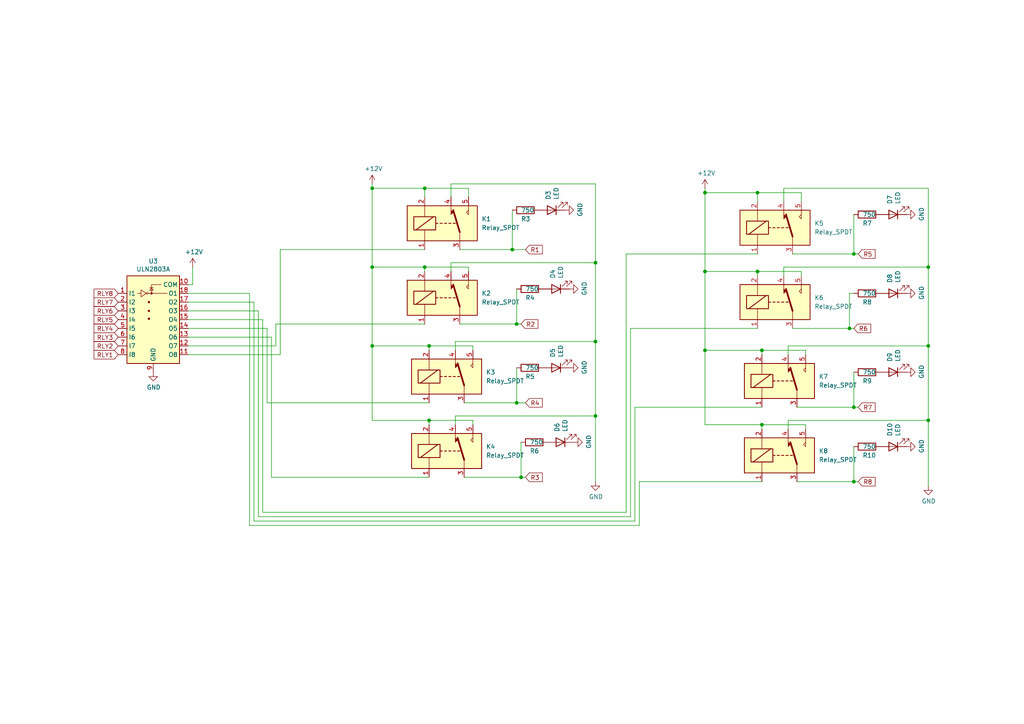
<source format=kicad_sch>
(kicad_sch (version 20250114) (generator "eeschema") (generator_version "9.0")
  (paper "A4")
  (title_block (title "Relays") (date "2025-03-16"))
  (lib_symbols
    (symbol "RC11-2_Symbols:LED" (pin_numbers (hide yes)) (pin_names (offset 1.016) (hide yes))
      (property "Reference" "D" (at 0 2.54 0))
      (property "Value" "LED" (at 0 -2.54 0))
      (symbol "LED_0_1"
        (polyline (pts (xy -3.048 -0.762) (xy -4.572 -2.286) (xy -3.81 -2.286) (xy -4.572 -2.286) (xy -4.572 -1.524)))
        (polyline (pts (xy -1.778 -0.762) (xy -3.302 -2.286) (xy -2.54 -2.286) (xy -3.302 -2.286) (xy -3.302 -1.524)))
        (polyline (pts (xy -1.27 0) (xy 1.27 0)))
        (polyline (pts (xy -1.27 -1.27) (xy -1.27 1.27)) (stroke (width 0.254)))
        (polyline (pts (xy 1.27 -1.27) (xy 1.27 1.27) (xy -1.27 0) (xy 1.27 -1.27)) (stroke (width 0.254)))
      )
      (symbol "LED_1_1"
        (pin passive line (at -3.81 0 0) (length 2.54) (name "K") (number "1"))
        (pin passive line (at 3.81 0 180) (length 2.54) (name "A") (number "2"))
      )
    )
    (symbol "RC11-2_Symbols:R" (pin_numbers (hide yes)) (pin_names (offset 0))
      (property "Reference" "R" (at 2.032 0 90))
      (property "Value" "R" (at 0 0 90))
      (symbol "R_0_1"
        (rectangle (start -1.016 -2.54) (end 1.016 2.54) (stroke (width 0.254)))
      )
      (symbol "R_1_1"
        (pin passive line (at 0 3.81 270) (length 1.27) (name "~") (number "1"))
        (pin passive line (at 0 -3.81 90) (length 1.27) (name "~") (number "2"))
      )
    )
    (symbol "RC11-2_Symbols:SRD-05VDC-SL-C"
      (property "Reference" "K" (at 11.43 3.81 0))
      (property "Value" "SRD-05VDC-SL-C" (at 11.43 1.27 0))
      (symbol "SRD-05VDC-SL-C_0_0"
        (polyline (pts (xy 7.62 5.08) (xy 7.62 2.54) (xy 6.985 3.175) (xy 7.62 3.81)))
      )
      (symbol "SRD-05VDC-SL-C_0_1"
        (rectangle (start -10.16 5.08) (end 10.16 -5.08) (stroke (width 0.254)) (fill (type background)))
        (rectangle (start -8.255 1.905) (end -1.905 -1.905) (stroke (width 0.254)))
        (polyline (pts (xy -7.62 -1.905) (xy -2.54 1.905)) (stroke (width 0.254)))
        (polyline (pts (xy -5.08 5.08) (xy -5.08 1.905)))
        (polyline (pts (xy -5.08 -5.08) (xy -5.08 -1.905)))
        (polyline (pts (xy -1.905 0) (xy -1.27 0)) (stroke (width 0.254)))
        (polyline (pts (xy -0.635 0) (xy 0 0)) (stroke (width 0.254)))
        (polyline (pts (xy 0.635 0) (xy 1.27 0)) (stroke (width 0.254)))
        (polyline (pts (xy 1.905 0) (xy 2.54 0)) (stroke (width 0.254)))
        (polyline (pts (xy 2.54 5.08) (xy 2.54 2.54) (xy 3.175 3.175) (xy 2.54 3.81)) (fill (type outline)))
        (polyline (pts (xy 3.175 0) (xy 3.81 0)) (stroke (width 0.254)))
        (polyline (pts (xy 5.08 -2.54) (xy 3.175 3.81)) (stroke (width 0.508)))
        (polyline (pts (xy 5.08 -2.54) (xy 5.08 -5.08)))
      )
      (symbol "SRD-05VDC-SL-C_1_1"
        (pin passive line (at -5.08 7.62 270) (length 2.54) (name "~") (number "2"))
        (pin passive line (at -5.08 -7.62 90) (length 2.54) (name "~") (number "1"))
        (pin passive line (at 2.54 7.62 270) (length 2.54) (name "~") (number "4"))
        (pin passive line (at 5.08 -7.62 90) (length 2.54) (name "~") (number "3"))
        (pin passive line (at 7.62 7.62 270) (length 2.54) (name "~") (number "5"))
      )
    )
    (symbol "RC11-2_Symbols:ULN2803A"
      (property "Reference" "U" (at 0 13.335 0))
      (property "Value" "ULN2803A" (at 0 11.43 0))
      (symbol "ULN2803A_0_1"
        (rectangle (start -7.62 -15.24) (end 7.62 10.16) (stroke (width 0.254)) (fill (type background)))
        (polyline (pts (xy -4.572 5.08) (xy -3.556 5.08)))
        (polyline (pts (xy -3.556 6.096) (xy -3.556 4.064) (xy -2.032 5.08) (xy -3.556 6.096)))
        (circle (center -1.778 5.08) (radius 0.254))
        (polyline (pts (xy -1.524 5.08) (xy 4.064 5.08)))
        (circle (center -1.27 2.54) (radius 0.254) (fill (type outline)))
        (circle (center -1.27 0) (radius 0.254) (fill (type outline)))
        (circle (center -1.27 -2.286) (radius 0.254) (fill (type outline)))
        (circle (center -0.508 5.08) (radius 0.254) (fill (type outline)))
        (polyline (pts (xy -0.508 5.08) (xy -0.508 7.62) (xy 2.286 7.62)))
        (polyline (pts (xy 0 6.731) (xy -1.016 6.731)))
        (polyline (pts (xy 0 5.969) (xy -1.016 5.969) (xy -0.508 6.731) (xy 0 5.969)))
      )
      (symbol "ULN2803A_1_1"
        (pin input line (at -10.16 5.08 0) (length 2.54) (name "I1") (number "1"))
        (pin input line (at -10.16 2.54 0) (length 2.54) (name "I2") (number "2"))
        (pin input line (at -10.16 0 0) (length 2.54) (name "I3") (number "3"))
        (pin input line (at -10.16 -2.54 0) (length 2.54) (name "I4") (number "4"))
        (pin input line (at -10.16 -5.08 0) (length 2.54) (name "I5") (number "5"))
        (pin input line (at -10.16 -7.62 0) (length 2.54) (name "I6") (number "6"))
        (pin input line (at -10.16 -10.16 0) (length 2.54) (name "I7") (number "7"))
        (pin input line (at -10.16 -12.7 0) (length 2.54) (name "I8") (number "8"))
        (pin power_in line (at 0 -17.78 90) (length 2.54) (name "GND") (number "9"))
        (pin passive line (at 10.16 7.62 180) (length 2.54) (name "COM") (number "10"))
        (pin open_collector line (at 10.16 5.08 180) (length 2.54) (name "O1") (number "18"))
        (pin open_collector line (at 10.16 2.54 180) (length 2.54) (name "O2") (number "17"))
        (pin open_collector line (at 10.16 0 180) (length 2.54) (name "O3") (number "16"))
        (pin open_collector line (at 10.16 -2.54 180) (length 2.54) (name "O4") (number "15"))
        (pin open_collector line (at 10.16 -5.08 180) (length 2.54) (name "O5") (number "14"))
        (pin open_collector line (at 10.16 -7.62 180) (length 2.54) (name "O6") (number "13"))
        (pin open_collector line (at 10.16 -10.16 180) (length 2.54) (name "O7") (number "12"))
        (pin open_collector line (at 10.16 -12.7 180) (length 2.54) (name "O8") (number "11"))
      )
    )
    (symbol "power:+12V" (power) (pin_numbers (hide yes)) (pin_names (offset 0) (hide yes))
      (property "Value" "+12V" (at 0 3.556 0))
      (symbol "+12V_0_1"
        (polyline (pts (xy -0.762 1.27) (xy 0 2.54)))
        (polyline (pts (xy 0 2.54) (xy 0.762 1.27)))
        (polyline (pts (xy 0 0) (xy 0 2.54)))
      )
      (symbol "+12V_1_1"
        (pin power_in line (at 0 0 90) (length 0) (name "~") (number "1"))
      )
    )
    (symbol "power:GND" (power) (pin_numbers (hide yes)) (pin_names (offset 0) (hide yes))
      (property "Value" "GND" (at 0 -3.81 0))
      (symbol "GND_0_1"
        (polyline (pts (xy 0 0) (xy 0 -1.27) (xy 1.27 -1.27) (xy 0 -2.54) (xy -1.27 -1.27) (xy 0 -1.27)))
      )
      (symbol "GND_1_1"
        (pin power_in line (at 0 0 270) (length 0) (name "~") (number "1"))
      )
    )
  )
  (junction (at 220.98 101.6))
  (junction (at 151.13 138.43))
  (junction (at 204.47 101.6))
  (junction (at 247.65 118.11))
  (junction (at 124.46 121.92))
  (junction (at 269.24 121.92))
  (junction (at 204.47 55.88))
  (junction (at 172.72 120.65))
  (junction (at 107.95 54.61))
  (junction (at 172.72 99.06))
  (junction (at 219.71 55.88))
  (junction (at 123.19 54.61))
  (junction (at 148.59 72.39))
  (junction (at 247.65 73.66))
  (junction (at 246.38 95.25))
  (junction (at 219.71 78.74))
  (junction (at 247.65 139.7))
  (junction (at 269.24 77.47))
  (junction (at 107.95 77.47))
  (junction (at 149.86 93.98))
  (junction (at 204.47 78.74))
  (junction (at 107.95 100.33))
  (junction (at 149.86 116.84))
  (junction (at 123.19 77.47))
  (junction (at 124.46 100.33))
  (junction (at 220.98 123.19))
  (junction (at 269.24 100.33))
  (junction (at 172.72 76.2))
  (wire (pts (xy 72.39 85.09) (xy 54.61 85.09)))
  (wire (pts (xy 54.61 90.17) (xy 74.93 90.17)))
  (wire (pts (xy 247.65 129.54) (xy 247.65 139.7)))
  (wire (pts (xy 247.65 85.09) (xy 246.38 85.09)))
  (wire (pts (xy 181.61 148.59) (xy 181.61 73.66)))
  (wire (pts (xy 78.74 138.43) (xy 124.46 138.43)))
  (wire (pts (xy 182.88 149.86) (xy 182.88 95.25)))
  (wire (pts (xy 269.24 54.61) (xy 227.33 54.61)))
  (wire (pts (xy 107.95 121.92) (xy 124.46 121.92)))
  (wire (pts (xy 229.87 73.66) (xy 247.65 73.66)))
  (wire (pts (xy 148.59 72.39) (xy 152.4 72.39)))
  (wire (pts (xy 132.08 120.65) (xy 172.72 120.65)))
  (wire (pts (xy 76.2 148.59) (xy 76.2 92.71)))
  (wire (pts (xy 172.72 120.65) (xy 172.72 139.7)))
  (wire (pts (xy 74.93 149.86) (xy 74.93 90.17)))
  (wire (pts (xy 107.95 54.61) (xy 123.19 54.61)))
  (wire (pts (xy 231.14 118.11) (xy 247.65 118.11)))
  (wire (pts (xy 247.65 73.66) (xy 248.92 73.66)))
  (wire (pts (xy 73.66 87.63) (xy 54.61 87.63)))
  (wire (pts (xy 124.46 121.92) (xy 124.46 123.19)))
  (wire (pts (xy 185.42 152.4) (xy 185.42 139.7)))
  (wire (pts (xy 107.95 100.33) (xy 107.95 121.92)))
  (wire (pts (xy 219.71 78.74) (xy 232.41 78.74)))
  (wire (pts (xy 204.47 55.88) (xy 204.47 54.61)))
  (wire (pts (xy 269.24 54.61) (xy 269.24 77.47)))
  (wire (pts (xy 81.28 72.39) (xy 123.19 72.39)))
  (wire (pts (xy 149.86 106.68) (xy 149.86 116.84)))
  (wire (pts (xy 78.74 97.79) (xy 54.61 97.79)))
  (wire (pts (xy 151.13 128.27) (xy 151.13 138.43)))
  (wire (pts (xy 149.86 116.84) (xy 152.4 116.84)))
  (wire (pts (xy 231.14 139.7) (xy 247.65 139.7)))
  (wire (pts (xy 204.47 123.19) (xy 220.98 123.19)))
  (wire (pts (xy 204.47 101.6) (xy 220.98 101.6)))
  (wire (pts (xy 134.62 138.43) (xy 151.13 138.43)))
  (wire (pts (xy 246.38 85.09) (xy 246.38 95.25)))
  (wire (pts (xy 72.39 152.4) (xy 72.39 85.09)))
  (wire (pts (xy 269.24 100.33) (xy 269.24 121.92)))
  (wire (pts (xy 172.72 99.06) (xy 172.72 120.65)))
  (wire (pts (xy 184.15 118.11) (xy 220.98 118.11)))
  (wire (pts (xy 227.33 54.61) (xy 227.33 58.42)))
  (wire (pts (xy 232.41 78.74) (xy 232.41 80.01)))
  (wire (pts (xy 172.72 76.2) (xy 172.72 99.06)))
  (wire (pts (xy 220.98 101.6) (xy 220.98 102.87)))
  (wire (pts (xy 220.98 123.19) (xy 233.68 123.19)))
  (wire (pts (xy 73.66 151.13) (xy 184.15 151.13)))
  (wire (pts (xy 227.33 80.01) (xy 227.33 77.47)))
  (wire (pts (xy 54.61 102.87) (xy 81.28 102.87)))
  (wire (pts (xy 73.66 151.13) (xy 73.66 87.63)))
  (wire (pts (xy 80.01 93.98) (xy 123.19 93.98)))
  (wire (pts (xy 133.35 93.98) (xy 149.86 93.98)))
  (wire (pts (xy 77.47 116.84) (xy 77.47 95.25)))
  (wire (pts (xy 132.08 99.06) (xy 172.72 99.06)))
  (wire (pts (xy 130.81 78.74) (xy 130.81 76.2)))
  (wire (pts (xy 149.86 83.82) (xy 149.86 93.98)))
  (wire (pts (xy 124.46 100.33) (xy 137.16 100.33)))
  (wire (pts (xy 107.95 54.61) (xy 107.95 77.47)))
  (wire (pts (xy 132.08 123.19) (xy 132.08 120.65)))
  (wire (pts (xy 233.68 102.87) (xy 233.68 101.6)))
  (wire (pts (xy 247.65 62.23) (xy 247.65 73.66)))
  (wire (pts (xy 232.41 55.88) (xy 232.41 58.42)))
  (wire (pts (xy 107.95 77.47) (xy 107.95 100.33)))
  (wire (pts (xy 77.47 95.25) (xy 54.61 95.25)))
  (wire (pts (xy 76.2 92.71) (xy 54.61 92.71)))
  (wire (pts (xy 228.6 124.46) (xy 228.6 121.92)))
  (wire (pts (xy 54.61 82.55) (xy 55.88 82.55)))
  (wire (pts (xy 80.01 93.98) (xy 80.01 100.33)))
  (wire (pts (xy 130.81 53.34) (xy 130.81 57.15)))
  (wire (pts (xy 182.88 95.25) (xy 219.71 95.25)))
  (wire (pts (xy 74.93 149.86) (xy 182.88 149.86)))
  (wire (pts (xy 130.81 76.2) (xy 172.72 76.2)))
  (wire (pts (xy 181.61 73.66) (xy 219.71 73.66)))
  (wire (pts (xy 132.08 101.6) (xy 132.08 99.06)))
  (wire (pts (xy 124.46 100.33) (xy 124.46 101.6)))
  (wire (pts (xy 204.47 78.74) (xy 204.47 101.6)))
  (wire (pts (xy 77.47 116.84) (xy 124.46 116.84)))
  (wire (pts (xy 184.15 151.13) (xy 184.15 118.11)))
  (wire (pts (xy 151.13 138.43) (xy 152.4 138.43)))
  (wire (pts (xy 204.47 55.88) (xy 219.71 55.88)))
  (wire (pts (xy 219.71 78.74) (xy 219.71 80.01)))
  (wire (pts (xy 229.87 95.25) (xy 246.38 95.25)))
  (wire (pts (xy 227.33 77.47) (xy 269.24 77.47)))
  (wire (pts (xy 220.98 101.6) (xy 233.68 101.6)))
  (wire (pts (xy 247.65 139.7) (xy 248.92 139.7)))
  (wire (pts (xy 228.6 100.33) (xy 269.24 100.33)))
  (wire (pts (xy 80.01 100.33) (xy 54.61 100.33)))
  (wire (pts (xy 107.95 100.33) (xy 124.46 100.33)))
  (wire (pts (xy 228.6 102.87) (xy 228.6 100.33)))
  (wire (pts (xy 148.59 60.96) (xy 148.59 72.39)))
  (wire (pts (xy 247.65 118.11) (xy 248.92 118.11)))
  (wire (pts (xy 185.42 139.7) (xy 220.98 139.7)))
  (wire (pts (xy 233.68 124.46) (xy 233.68 123.19)))
  (wire (pts (xy 269.24 121.92) (xy 269.24 140.97)))
  (wire (pts (xy 72.39 152.4) (xy 185.42 152.4)))
  (wire (pts (xy 172.72 53.34) (xy 172.72 76.2)))
  (wire (pts (xy 78.74 97.79) (xy 78.74 138.43)))
  (wire (pts (xy 135.89 77.47) (xy 135.89 78.74)))
  (wire (pts (xy 134.62 116.84) (xy 149.86 116.84)))
  (wire (pts (xy 124.46 121.92) (xy 137.16 121.92)))
  (wire (pts (xy 107.95 77.47) (xy 123.19 77.47)))
  (wire (pts (xy 123.19 54.61) (xy 135.89 54.61)))
  (wire (pts (xy 220.98 123.19) (xy 220.98 124.46)))
  (wire (pts (xy 204.47 78.74) (xy 219.71 78.74)))
  (wire (pts (xy 107.95 54.61) (xy 107.95 53.34)))
  (wire (pts (xy 204.47 55.88) (xy 204.47 78.74)))
  (wire (pts (xy 247.65 107.95) (xy 247.65 118.11)))
  (wire (pts (xy 204.47 101.6) (xy 204.47 123.19)))
  (wire (pts (xy 133.35 72.39) (xy 148.59 72.39)))
  (wire (pts (xy 76.2 148.59) (xy 181.61 148.59)))
  (wire (pts (xy 123.19 54.61) (xy 123.19 57.15)))
  (wire (pts (xy 172.72 53.34) (xy 130.81 53.34)))
  (wire (pts (xy 219.71 55.88) (xy 232.41 55.88)))
  (wire (pts (xy 137.16 123.19) (xy 137.16 121.92)))
  (wire (pts (xy 269.24 77.47) (xy 269.24 100.33)))
  (wire (pts (xy 123.19 77.47) (xy 135.89 77.47)))
  (wire (pts (xy 149.86 93.98) (xy 151.13 93.98)))
  (wire (pts (xy 219.71 55.88) (xy 219.71 58.42)))
  (wire (pts (xy 123.19 77.47) (xy 123.19 78.74)))
  (wire (pts (xy 81.28 72.39) (xy 81.28 102.87)))
  (wire (pts (xy 55.88 82.55) (xy 55.88 77.47)))
  (wire (pts (xy 137.16 101.6) (xy 137.16 100.33)))
  (wire (pts (xy 246.38 95.25) (xy 247.65 95.25)))
  (wire (pts (xy 135.89 54.61) (xy 135.89 57.15)))
  (wire (pts (xy 228.6 121.92) (xy 269.24 121.92)))
  (global_label "RLY6" (shape input) (at 34.29 90.17 180) (property "Intersheetrefs" "${INTERSHEET_REFS}" (effects (hide yes))))
  (global_label "RLY2" (shape input) (at 34.29 100.33 180) (property "Intersheetrefs" "${INTERSHEET_REFS}" (effects (hide yes))))
  (global_label "R6" (shape input) (at 247.65 95.25 0) (property "Intersheetrefs" "${INTERSHEET_REFS}" (effects (hide yes))))
  (global_label "RLY4" (shape input) (at 34.29 95.25 180) (property "Intersheetrefs" "${INTERSHEET_REFS}" (effects (hide yes))))
  (global_label "RLY1" (shape input) (at 34.29 102.87 180) (property "Intersheetrefs" "${INTERSHEET_REFS}" (effects (hide yes))))
  (global_label "RLY3" (shape input) (at 34.29 97.79 180) (property "Intersheetrefs" "${INTERSHEET_REFS}" (effects (hide yes))))
  (global_label "R2" (shape input) (at 151.13 93.98 0) (property "Intersheetrefs" "${INTERSHEET_REFS}" (effects (hide yes))))
  (global_label "R3" (shape input) (at 152.4 138.43 0) (property "Intersheetrefs" "${INTERSHEET_REFS}" (effects (hide yes))))
  (global_label "R4" (shape input) (at 152.4 116.84 0) (property "Intersheetrefs" "${INTERSHEET_REFS}" (effects (hide yes))))
  (global_label "RLY8" (shape input) (at 34.29 85.09 180) (property "Intersheetrefs" "${INTERSHEET_REFS}" (effects (hide yes))))
  (global_label "RLY5" (shape input) (at 34.29 92.71 180) (property "Intersheetrefs" "${INTERSHEET_REFS}" (effects (hide yes))))
  (global_label "R1" (shape input) (at 152.4 72.39 0) (property "Intersheetrefs" "${INTERSHEET_REFS}" (effects (hide yes))))
  (global_label "RLY7" (shape input) (at 34.29 87.63 180) (property "Intersheetrefs" "${INTERSHEET_REFS}" (effects (hide yes))))
  (global_label "R5" (shape input) (at 248.92 73.66 0) (property "Intersheetrefs" "${INTERSHEET_REFS}" (effects (hide yes))))
  (global_label "R7" (shape input) (at 248.92 118.11 0) (property "Intersheetrefs" "${INTERSHEET_REFS}" (effects (hide yes))))
  (global_label "R8" (shape input) (at 248.92 139.7 0) (property "Intersheetrefs" "${INTERSHEET_REFS}" (effects (hide yes))))
  (symbol (lib_id "power:GND") (at 44.45 107.95 0) (unit 1)
    (property "Reference" "#PWR040" (effects (hide yes)))
    (property "Value" "GND" (at 44.577 112.3442 0))
    (property "Description" "Power symbol creates a global label with name \"GND\" , ground" (effects (hide yes)))
  )
  (symbol (lib_id "power:+12V") (at 55.88 77.47 0) (unit 1)
    (property "Reference" "#PWR0101" (effects (hide yes)))
    (property "Value" "+12V" (at 56.261 73.0758 0))
    (property "Description" "Power symbol creates a global label with name \"+12V\"" (effects (hide yes)))
  )
  (symbol (lib_id "RC11-2_Symbols:ULN2803A") (at 44.45 90.17 0) (unit 1)
    (property "Reference" "U3" (at 44.45 75.7682 0))
    (property "Value" "ULN2803A" (at 44.45 78.0796 0))
    (property "Footprint" "MyFootprints:ULN2803A" (effects (hide yes)))
    (property "Datasheet" "http://www.ti.com/lit/ds/symlink/uln2803a.pdf" (effects (hide yes)))
    (property "Description" "Darlington Transistor Arrays, SOIC18/DIP18" (effects (hide yes)))
  )
  (symbol (lib_id "RC11-2_Symbols:R") (at 153.67 83.82 270) (unit 1)
    (property "Reference" "R4" (at 152.4 86.36 90) (effects (justify left)))
    (property "Value" "750" (at 152.4 83.82 90) (effects (justify left)))
    (property "Footprint" "Resistor_SMD:R_0603_1608Metric" (effects (hide yes)))
    (property "Description" "Resistor" (effects (hide yes)))
  )
  (symbol (lib_id "power:GND") (at 262.89 129.54 90) (unit 1)
    (property "Reference" "#PWR058" (effects (hide yes)))
    (property "Value" "GND" (at 267.2842 129.413 0))
    (property "Description" "Power symbol creates a global label with name \"GND\" , ground" (effects (hide yes)))
  )
  (symbol (lib_id "RC11-2_Symbols:LED") (at 259.08 85.09 180) (unit 1)
    (property "Reference" "D8" (at 258.0894 82.0928 90) (effects (justify right)))
    (property "Value" "LED" (at 260.4008 82.0928 90) (effects (justify right)))
    (property "Footprint" "LED_SMD:LED_0603_1608Metric" (effects (hide yes)))
    (property "Description" "Light emitting diode" (effects (hide yes)))
  )
  (symbol (lib_id "RC11-2_Symbols:R") (at 251.46 129.54 270) (unit 1)
    (property "Reference" "R10" (at 250.19 132.08 90) (effects (justify left)))
    (property "Value" "750" (at 250.19 129.54 90) (effects (justify left)))
    (property "Footprint" "Resistor_SMD:R_0603_1608Metric" (effects (hide yes)))
    (property "Description" "Resistor" (effects (hide yes)))
  )
  (symbol (lib_id "power:GND") (at 262.89 62.23 90) (unit 1)
    (property "Reference" "#PWR055" (effects (hide yes)))
    (property "Value" "GND" (at 267.2842 62.103 0))
    (property "Description" "Power symbol creates a global label with name \"GND\" , ground" (effects (hide yes)))
  )
  (symbol (lib_id "RC11-2_Symbols:SRD-05VDC-SL-C") (at 226.06 110.49 0) (unit 1)
    (property "Reference" "K7" (at 237.49 109.2199 0) (effects (justify left)))
    (property "Value" "Relay_SPDT" (at 237.49 111.7599 0) (effects (justify left)))
    (property "Footprint" "MyFootprints:Songle_SRD-05VDC-SL-C" (effects (hide yes)))
    (property "Description" "Relay SPDT, monostable, EN50005" (effects (hide yes)))
  )
  (symbol (lib_id "power:+12V") (at 204.47 54.61 0) (unit 1)
    (property "Reference" "#PWR048" (effects (hide yes)))
    (property "Value" "+12V" (at 204.851 50.2158 0))
    (property "Description" "Power symbol creates a global label with name \"+12V\"" (effects (hide yes)))
  )
  (symbol (lib_id "RC11-2_Symbols:SRD-05VDC-SL-C") (at 129.54 109.22 0) (unit 1)
    (property "Reference" "K3" (at 140.97 107.9499 0) (effects (justify left)))
    (property "Value" "Relay_SPDT" (at 140.97 110.4899 0) (effects (justify left)))
    (property "Footprint" "MyFootprints:Songle_SRD-05VDC-SL-C" (effects (hide yes)))
    (property "Description" "Relay SPDT, monostable, EN50005" (effects (hide yes)))
  )
  (symbol (lib_id "RC11-2_Symbols:LED") (at 259.08 62.23 180) (unit 1)
    (property "Reference" "D7" (at 258.0894 59.2328 90) (effects (justify right)))
    (property "Value" "LED" (at 260.4008 59.2328 90) (effects (justify right)))
    (property "Footprint" "LED_SMD:LED_0603_1608Metric" (effects (hide yes)))
    (property "Description" "Light emitting diode" (effects (hide yes)))
  )
  (symbol (lib_id "RC11-2_Symbols:SRD-05VDC-SL-C") (at 129.54 130.81 0) (unit 1)
    (property "Reference" "K4" (at 140.97 129.5399 0) (effects (justify left)))
    (property "Value" "Relay_SPDT" (at 140.97 132.0799 0) (effects (justify left)))
    (property "Footprint" "MyFootprints:Songle_SRD-05VDC-SL-C" (effects (hide yes)))
    (property "Description" "Relay SPDT, monostable, EN50005" (effects (hide yes)))
  )
  (symbol (lib_id "RC11-2_Symbols:LED") (at 160.02 60.96 180) (unit 1)
    (property "Reference" "D3" (at 159.0294 57.9628 90) (effects (justify right)))
    (property "Value" "LED" (at 161.3408 57.9628 90) (effects (justify right)))
    (property "Footprint" "LED_SMD:LED_0603_1608Metric" (effects (hide yes)))
    (property "Description" "Light emitting diode" (effects (hide yes)))
  )
  (symbol (lib_id "RC11-2_Symbols:LED") (at 259.08 107.95 180) (unit 1)
    (property "Reference" "D9" (at 258.0894 104.9528 90) (effects (justify right)))
    (property "Value" "LED" (at 260.4008 104.9528 90) (effects (justify right)))
    (property "Footprint" "LED_SMD:LED_0603_1608Metric" (effects (hide yes)))
    (property "Description" "Light emitting diode" (effects (hide yes)))
  )
  (symbol (lib_id "RC11-2_Symbols:R") (at 251.46 85.09 270) (unit 1)
    (property "Reference" "R8" (at 250.19 87.63 90) (effects (justify left)))
    (property "Value" "750" (at 250.19 85.09 90) (effects (justify left)))
    (property "Footprint" "Resistor_SMD:R_0603_1608Metric" (effects (hide yes)))
    (property "Description" "Resistor" (effects (hide yes)))
  )
  (symbol (lib_id "RC11-2_Symbols:LED") (at 259.08 129.54 180) (unit 1)
    (property "Reference" "D10" (at 258.0894 126.5428 90) (effects (justify right)))
    (property "Value" "LED" (at 260.4008 126.5428 90) (effects (justify right)))
    (property "Footprint" "LED_SMD:LED_0603_1608Metric" (effects (hide yes)))
    (property "Description" "Light emitting diode" (effects (hide yes)))
  )
  (symbol (lib_id "power:GND") (at 165.1 83.82 90) (unit 1)
    (property "Reference" "#PWR051" (effects (hide yes)))
    (property "Value" "GND" (at 169.4942 83.693 0))
    (property "Description" "Power symbol creates a global label with name \"GND\" , ground" (effects (hide yes)))
  )
  (symbol (lib_id "power:GND") (at 269.24 140.97 0) (unit 1)
    (property "Reference" "#PWR050" (effects (hide yes)))
    (property "Value" "GND" (at 269.367 145.3642 0))
    (property "Description" "Power symbol creates a global label with name \"GND\" , ground" (effects (hide yes)))
  )
  (symbol (lib_id "power:GND") (at 172.72 139.7 0) (unit 1)
    (property "Reference" "#PWR047" (effects (hide yes)))
    (property "Value" "GND" (at 172.847 144.0942 0))
    (property "Description" "Power symbol creates a global label with name \"GND\" , ground" (effects (hide yes)))
  )
  (symbol (lib_id "power:GND") (at 165.1 106.68 90) (unit 1)
    (property "Reference" "#PWR053" (effects (hide yes)))
    (property "Value" "GND" (at 169.4942 106.553 0))
    (property "Description" "Power symbol creates a global label with name \"GND\" , ground" (effects (hide yes)))
  )
  (symbol (lib_id "RC11-2_Symbols:LED") (at 161.29 106.68 180) (unit 1)
    (property "Reference" "D5" (at 160.2994 103.6828 90) (effects (justify right)))
    (property "Value" "LED" (at 162.6108 103.6828 90) (effects (justify right)))
    (property "Footprint" "LED_SMD:LED_0603_1608Metric" (effects (hide yes)))
    (property "Description" "Light emitting diode" (effects (hide yes)))
  )
  (symbol (lib_id "RC11-2_Symbols:SRD-05VDC-SL-C") (at 226.06 132.08 0) (unit 1)
    (property "Reference" "K8" (at 237.49 130.8099 0) (effects (justify left)))
    (property "Value" "Relay_SPDT" (at 237.49 133.3499 0) (effects (justify left)))
    (property "Footprint" "MyFootprints:Songle_SRD-05VDC-SL-C" (effects (hide yes)))
    (property "Description" "Relay SPDT, monostable, EN50005" (effects (hide yes)))
  )
  (symbol (lib_id "RC11-2_Symbols:SRD-05VDC-SL-C") (at 128.27 64.77 0) (unit 1)
    (property "Reference" "K1" (at 139.7 63.4999 0) (effects (justify left)))
    (property "Value" "Relay_SPDT" (at 139.7 66.0399 0) (effects (justify left)))
    (property "Footprint" "MyFootprints:Songle_SRD-05VDC-SL-C" (effects (hide yes)))
    (property "Description" "Relay SPDT, monostable, EN50005" (effects (hide yes)))
  )
  (symbol (lib_id "power:GND") (at 262.89 107.95 90) (unit 1)
    (property "Reference" "#PWR057" (effects (hide yes)))
    (property "Value" "GND" (at 267.2842 107.823 0))
    (property "Description" "Power symbol creates a global label with name \"GND\" , ground" (effects (hide yes)))
  )
  (symbol (lib_id "RC11-2_Symbols:LED") (at 162.56 128.27 180) (unit 1)
    (property "Reference" "D6" (at 161.5694 125.2728 90) (effects (justify right)))
    (property "Value" "LED" (at 163.8808 125.2728 90) (effects (justify right)))
    (property "Footprint" "LED_SMD:LED_0603_1608Metric" (effects (hide yes)))
    (property "Description" "Light emitting diode" (effects (hide yes)))
  )
  (symbol (lib_id "power:+12V") (at 107.95 53.34 0) (unit 1)
    (property "Reference" "#PWR039" (effects (hide yes)))
    (property "Value" "+12V" (at 108.331 48.9458 0))
    (property "Description" "Power symbol creates a global label with name \"+12V\"" (effects (hide yes)))
  )
  (symbol (lib_id "power:GND") (at 166.37 128.27 90) (unit 1)
    (property "Reference" "#PWR054" (effects (hide yes)))
    (property "Value" "GND" (at 170.7642 128.143 0))
    (property "Description" "Power symbol creates a global label with name \"GND\" , ground" (effects (hide yes)))
  )
  (symbol (lib_id "RC11-2_Symbols:R") (at 251.46 62.23 270) (unit 1)
    (property "Reference" "R7" (at 250.19 64.77 90) (effects (justify left)))
    (property "Value" "750" (at 250.19 62.23 90) (effects (justify left)))
    (property "Footprint" "Resistor_SMD:R_0603_1608Metric" (effects (hide yes)))
    (property "Description" "Resistor" (effects (hide yes)))
  )
  (symbol (lib_id "power:GND") (at 262.89 85.09 90) (unit 1)
    (property "Reference" "#PWR056" (effects (hide yes)))
    (property "Value" "GND" (at 267.2842 84.963 0))
    (property "Description" "Power symbol creates a global label with name \"GND\" , ground" (effects (hide yes)))
  )
  (symbol (lib_id "RC11-2_Symbols:R") (at 152.4 60.96 270) (unit 1)
    (property "Reference" "R3" (at 151.13 63.5 90) (effects (justify left)))
    (property "Value" "750" (at 151.13 60.96 90) (effects (justify left)))
    (property "Footprint" "Resistor_SMD:R_0603_1608Metric" (effects (hide yes)))
    (property "Description" "Resistor" (effects (hide yes)))
  )
  (symbol (lib_id "RC11-2_Symbols:SRD-05VDC-SL-C") (at 224.79 66.04 0) (unit 1)
    (property "Reference" "K5" (at 236.22 64.7699 0) (effects (justify left)))
    (property "Value" "Relay_SPDT" (at 236.22 67.3099 0) (effects (justify left)))
    (property "Footprint" "MyFootprints:Songle_SRD-05VDC-SL-C" (effects (hide yes)))
    (property "Description" "Relay SPDT, monostable, EN50005" (effects (hide yes)))
  )
  (symbol (lib_id "RC11-2_Symbols:SRD-05VDC-SL-C") (at 128.27 86.36 0) (unit 1)
    (property "Reference" "K2" (at 139.7 85.0899 0) (effects (justify left)))
    (property "Value" "Relay_SPDT" (at 139.7 87.6299 0) (effects (justify left)))
    (property "Footprint" "MyFootprints:Songle_SRD-05VDC-SL-C" (effects (hide yes)))
    (property "Description" "Relay SPDT, monostable, EN50005" (effects (hide yes)))
  )
  (symbol (lib_id "RC11-2_Symbols:SRD-05VDC-SL-C") (at 224.79 87.63 0) (unit 1)
    (property "Reference" "K6" (at 236.22 86.3599 0) (effects (justify left)))
    (property "Value" "Relay_SPDT" (at 236.22 88.8999 0) (effects (justify left)))
    (property "Footprint" "MyFootprints:Songle_SRD-05VDC-SL-C" (effects (hide yes)))
    (property "Description" "Relay SPDT, monostable, EN50005" (effects (hide yes)))
  )
  (symbol (lib_id "power:GND") (at 163.83 60.96 90) (unit 1)
    (property "Reference" "#PWR052" (effects (hide yes)))
    (property "Value" "GND" (at 168.2242 60.833 0))
    (property "Description" "Power symbol creates a global label with name \"GND\" , ground" (effects (hide yes)))
  )
  (symbol (lib_id "RC11-2_Symbols:LED") (at 161.29 83.82 180) (unit 1)
    (property "Reference" "D4" (at 160.2994 80.8228 90) (effects (justify right)))
    (property "Value" "LED" (at 162.6108 80.8228 90) (effects (justify right)))
    (property "Footprint" "LED_SMD:LED_0603_1608Metric" (effects (hide yes)))
    (property "Description" "Light emitting diode" (effects (hide yes)))
  )
  (symbol (lib_id "RC11-2_Symbols:R") (at 153.67 106.68 270) (unit 1)
    (property "Reference" "R5" (at 152.4 109.22 90) (effects (justify left)))
    (property "Value" "750" (at 152.4 106.68 90) (effects (justify left)))
    (property "Footprint" "Resistor_SMD:R_0603_1608Metric" (effects (hide yes)))
    (property "Description" "Resistor" (effects (hide yes)))
  )
  (symbol (lib_id "RC11-2_Symbols:R") (at 251.46 107.95 270) (unit 1)
    (property "Reference" "R9" (at 250.19 110.49 90) (effects (justify left)))
    (property "Value" "750" (at 250.19 107.95 90) (effects (justify left)))
    (property "Footprint" "Resistor_SMD:R_0603_1608Metric" (effects (hide yes)))
    (property "Description" "Resistor" (effects (hide yes)))
  )
  (symbol (lib_id "RC11-2_Symbols:R") (at 154.94 128.27 270) (unit 1)
    (property "Reference" "R6" (at 153.67 130.81 90) (effects (justify left)))
    (property "Value" "750" (at 153.67 128.27 90) (effects (justify left)))
    (property "Footprint" "Resistor_SMD:R_0603_1608Metric" (effects (hide yes)))
    (property "Description" "Resistor" (effects (hide yes)))
  )
)
</source>
